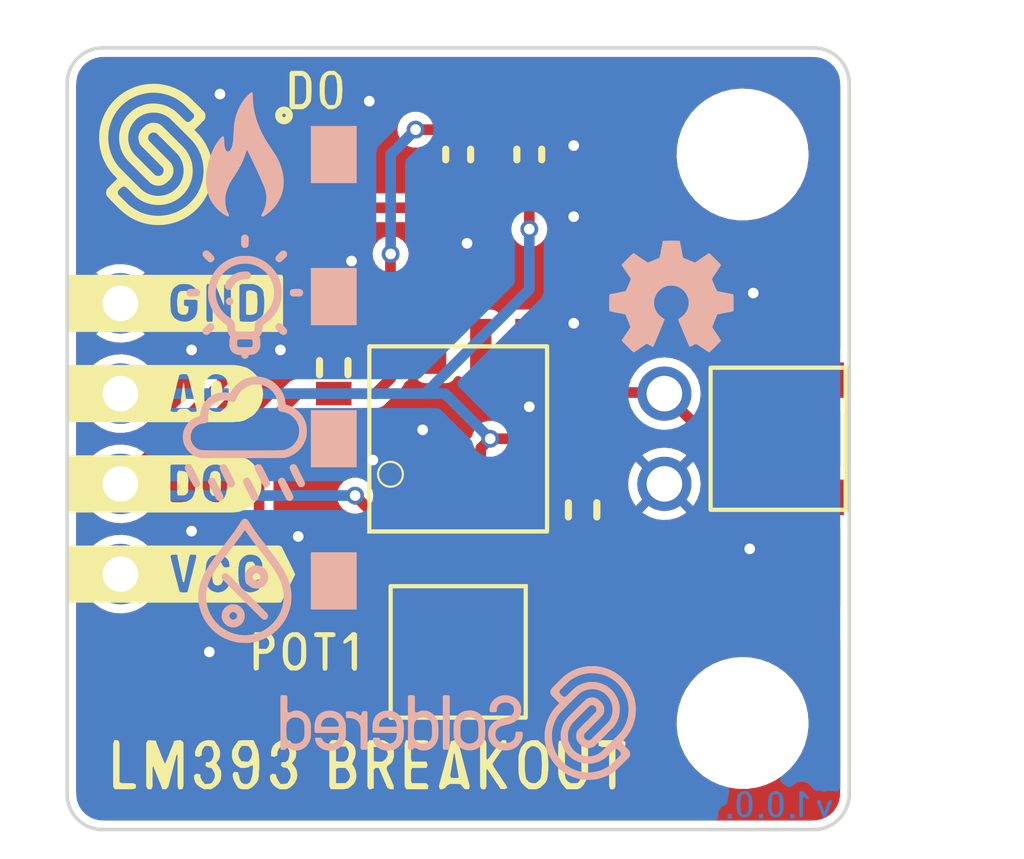
<source format=kicad_pcb>
(kicad_pcb (version 20210126) (generator pcbnew)
  (layers (0 "F.Cu" signal) (31 "B.Cu" signal) (34 "B.Paste" user) (35 "F.Paste" user) (36 "B.SilkS" user "B.Silkscreen") (37 "F.SilkS" user "F.Silkscreen") (38 "B.Mask" user) (39 "F.Mask" user) (44 "Edge.Cuts" user))
  (net 0 "")
  (net 1 "A0")
  (net 2 "GND")
  (net 3 "5V")
  (net 4 "Net-(D1-Pad1)")
  (net 5 "D0")
  (net 9 "POT")
  (footprint "e-radionica.com footprinti:HOLE_3.2mm" (layer "F.Cu") (at 99.2 157.2)
    (fp_text reference "H2" hide)
    (fp_text value "HOLE_3.2mm" hide)
    (pad "" np_thru_hole circle (at 0 0) (size 3.2 3.2) (drill 3.2) (layers F&B.Cu *.Mask))
  )
  (footprint "e-radionica.com footprinti:0603C" (layer "F.Cu") (at 87.7 147.2 -90)
    (fp_text reference "C2")
    (fp_text value "0.1uF")
    (pad "1" smd rect (at -0.73 0 270) (size 0.66 1) (layers "F.Cu" "F.Paste" "F.Mask") (net 2 "GND"))
    (pad "2" smd rect (at 0.73 0 270) (size 0.66 1) (layers "F.Cu" "F.Paste" "F.Mask") (net 3 "5V"))
  )
  (footprint "e-radionica.com footprinti:SOIC−8" (layer "F.Cu") (at 91.2 149.2 90)
    (fp_text reference "U1")
    (fp_text value "LM393")
    (pad "1" smd rect (at -2.7 -1.905 90) (size 1.55 0.6) (layers "F.Cu" "F.Paste" "F.Mask") (net 5 "D0"))
    (pad "2" smd rect (at -2.6 -0.635 90) (size 1.55 0.6) (layers "F.Cu" "F.Paste" "F.Mask") (net 9 "POT"))
    (pad "3" smd rect (at -2.6 0.635 90) (size 1.55 0.6) (layers "F.Cu" "F.Paste" "F.Mask") (net 1 "A0"))
    (pad "4" smd rect (at -2.6 1.905 90) (size 1.55 0.6) (layers "F.Cu" "F.Paste" "F.Mask") (net 2 "GND"))
    (pad "5" smd rect (at 2.6 1.905 90) (size 1.55 0.6) (layers "F.Cu" "F.Paste" "F.Mask"))
    (pad "6" smd rect (at 2.6 0.635 90) (size 1.55 0.6) (layers "F.Cu" "F.Paste" "F.Mask"))
    (pad "7" smd rect (at 2.6 -0.635 90) (size 1.55 0.6) (layers "F.Cu" "F.Paste" "F.Mask"))
    (pad "8" smd rect (at 2.6 -1.905 90) (size 1.55 0.6) (layers "F.Cu" "F.Paste" "F.Mask") (net 3 "5V"))
  )
  (footprint "e-radionica.com footprinti:0603C" (layer "F.Cu") (at 94.7 151.2 90)
    (fp_text reference "C1")
    (fp_text value "0.1uF")
    (pad "1" smd rect (at -0.73 0 90) (size 0.66 1) (layers "F.Cu" "F.Paste" "F.Mask") (net 2 "GND"))
    (pad "2" smd rect (at 0.73 0 90) (size 0.66 1) (layers "F.Cu" "F.Paste" "F.Mask") (net 1 "A0"))
  )
  (footprint "Soldered Graphics:Logo-Front-Soldered-4mm" (layer "F.Cu") (at 82.7 141.2)
    (fp_text reference "G***" hide)
    (fp_text value "LOGO" hide)
  )
  (footprint "buzzardLabel" (layer "F.Cu") (at 86.9 155.2)
    (fp_text reference "" (at 0 0) (layer "F.SilkS") (effects (font (size 1.27 1.27))))
    (fp_text value "" (at 0 0) (layer "F.SilkS") (effects (font (size 1.27 1.27))))
  )
  (footprint "buzzardLabel" (layer "F.Cu") (at 79.8 153.01)
    (fp_text reference "" (at 0 0) (layer "F.SilkS") (effects (font (size 1.27 1.27))))
    (fp_text value "" (at 0 0) (layer "F.SilkS") (effects (font (size 1.27 1.27))))
  )
  (footprint "buzzardLabel" (layer "F.Cu") (at 79.8 147.93)
    (fp_text reference "" (at 0 0) (layer "F.SilkS") (effects (font (size 1.27 1.27))))
    (fp_text value "" (at 0 0) (layer "F.SilkS") (effects (font (size 1.27 1.27))))
  )
  (footprint "e-radionica.com footprinti:0603R" (layer "F.Cu") (at 91.2 141.2 90)
    (fp_text reference "R2")
    (fp_text value "10k")
    (pad "1" smd rect (at -0.775 0 180) (size 1 0.64) (layers "F.Cu" "F.Paste" "F.Mask") (net 5 "D0"))
    (pad "2" smd rect (at 0.775 0 180) (size 1 0.64) (layers "F.Cu" "F.Paste" "F.Mask") (net 3 "5V"))
  )
  (footprint "Soldered Graphics:Logo-Back-OSH-3.5mm" (layer "F.Cu") (at 97.2 145.2)
    (fp_text reference "G***" hide)
    (fp_text value "LOGO" hide)
  )
  (footprint "buzzardLabel" (layer "F.Cu") (at 87.2 139.4)
    (fp_text reference "" (at 0 0) (layer "F.SilkS") (effects (font (size 1.27 1.27))))
    (fp_text value "" (at 0 0) (layer "F.SilkS") (effects (font (size 1.27 1.27))))
  )
  (footprint "buzzardLabel" (layer "F.Cu") (at 88.7 158.4)
    (fp_text reference "" (at 0 0) (layer "F.SilkS") (effects (font (size 1.27 1.27))))
    (fp_text value "" (at 0 0) (layer "F.SilkS") (effects (font (size 1.27 1.27))))
  )
  (footprint "e-radionica.com footprinti:FIDUCIAL_1MM_PASTE" (layer "F.Cu") (at 101.1 154.4)
    (fp_text reference "FD1")
    (fp_text value "Fiducial_Stencil")
    (pad "1" smd circle (at 0 0) (size 1 1) (property pad_prop_fiducial_glob) (layers "F.Cu" "F.Paste" "F.Mask"))
  )
  (footprint "e-radionica.com footprinti:HOLE_3.2mm" (layer "F.Cu") (at 99.2 141.2)
    (fp_text reference "H1" hide)
    (fp_text value "HOLE_3.2mm" hide)
    (pad "" np_thru_hole circle (at 0 0) (size 3.2 3.2) (drill 3.2) (layers F&B.Cu *.Mask))
  )
  (footprint "e-radionica.com footprinti:0603R" (layer "F.Cu") (at 93.2 141.2 90)
    (fp_text reference "R1")
    (fp_text value "10k")
    (pad "1" smd rect (at -0.775 0 180) (size 1 0.64) (layers "F.Cu" "F.Paste" "F.Mask") (net 1 "A0"))
    (pad "2" smd rect (at 0.775 0 180) (size 1 0.64) (layers "F.Cu" "F.Paste" "F.Mask") (net 3 "5V"))
  )
  (footprint "buzzardLabel" (layer "F.Cu") (at 79.8 145.39)
    (fp_text reference "" (at 0 0) (layer "F.SilkS") (effects (font (size 1.27 1.27))))
    (fp_text value "" (at 0 0) (layer "F.SilkS") (effects (font (size 1.27 1.27))))
  )
  (footprint "buzzardLabel" (layer "F.Cu") (at 79.8 150.47)
    (fp_text reference "" (at 0 0) (layer "F.SilkS") (effects (font (size 1.27 1.27))))
    (fp_text value "" (at 0 0) (layer "F.SilkS") (effects (font (size 1.27 1.27))))
  )
  (footprint "e-radionica.com footprinti:0402R" (layer "F.Cu") (at 87.2 142.7 180)
    (fp_text reference "R3")
    (fp_text value "1k")
    (pad "1" smd rect (at -0.5 0 270) (size 0.64 0.54) (layers "F.Cu" "F.Paste" "F.Mask") (net 5 "D0"))
    (pad "2" smd rect (at 0.5 0 270) (size 0.64 0.54) (layers "F.Cu" "F.Paste" "F.Mask") (net 4 "Net-(D1-Pad1)"))
  )
  (footprint "Soldered Graphics:Logo-Back-SolderedFULL-10mm" (layer "F.Cu") (at 91.2 157.2)
    (fp_text reference "G***" hide)
    (fp_text value "LOGO" hide)
  )
  (footprint "e-radionica.com footprinti:tc33x-2-103e" (layer "F.Cu") (at 91.2 155.2 -90)
    (fp_text reference "R4")
    (fp_text value "tc33x-2-103e")
    (pad "1" smd rect (at -1 1.8 270) (size 1.2 1.2) (layers "F.Cu" "F.Paste" "F.Mask") (net 3 "5V"))
    (pad "2" smd rect (at 0 -1.45 270) (size 1.6 1.5) (layers "F.Cu" "F.Paste" "F.Mask") (net 9 "POT"))
    (pad "3" smd rect (at 1 1.8 270) (size 1.2 1.2) (layers "F.Cu" "F.Paste" "F.Mask") (net 2 "GND"))
  )
  (footprint "e-radionica.com footprinti:0402LED" (layer "F.Cu") (at 87.2 140.7 180)
    (fp_text reference "D1")
    (fp_text value "purple")
    (pad "1" smd rect (at -0.55 0 270) (size 0.75 0.45) (layers "F.Cu" "F.Paste" "F.Mask") (net 4 "Net-(D1-Pad1)"))
    (pad "2" smd rect (at 0.55 0 270) (size 0.75 0.45) (layers "F.Cu" "F.Paste" "F.Mask") (net 2 "GND"))
  )
  (footprint "e-radionica.com footprinti:JST-SH_2pin_1mm_C145954" (layer "F.Cu") (at 100.2 149.2 90)
    (fp_text reference "K3")
    (fp_text value "JST-SH_2pin_1mm_C145954")
    (pad "" smd rect (at -1.65 0.95 90) (size 1 1.8) (layers "F.Cu" "F.Paste" "F.Mask"))
    (pad "" smd rect (at 1.65 0.95 90) (size 1 1.8) (layers "F.Cu" "F.Paste" "F.Mask"))
    (pad "1" smd rect (at 0.5 -1.1 90) (size 0.4 1.6) (layers "F.Cu" "F.Paste" "F.Mask") (net 1 "A0"))
    (pad "2" smd rect (at -0.5 -1.1 90) (size 0.4 1.6) (layers "F.Cu" "F.Paste" "F.Mask") (net 2 "GND"))
  )
  (footprint "buzzardLabel" (layer "B.Cu") (at 87.7 149.2 180)
    (fp_text reference "" (at 0 0) (layer "B.SilkS") (effects (font (size 1.27 1.27)) (justify mirror)))
    (fp_text value "" (at 0 0) (layer "B.SilkS") (effects (font (size 1.27 1.27)) (justify mirror)))
  )
  (footprint "Soldered Graphics:Symbol-Front-Raining" (layer "B.Cu") (at 85.2 149.2 180)
    (fp_text reference "G***" hide)
    (fp_text value "LOGO" hide)
  )
  (footprint "buzzardLabel" (layer "B.Cu") (at 87.7 145.2 180)
    (fp_text reference "" (at 0 0) (layer "B.SilkS") (effects (font (size 1.27 1.27)) (justify mirror)))
    (fp_text value "" (at 0 0) (layer "B.SilkS") (effects (font (size 1.27 1.27)) (justify mirror)))
  )
  (footprint "e-radionica.com footprinti:HEADER_MALE_2X1" (layer "B.Cu") (at 97 149.2 90)
    (fp_text reference "K1")
    (fp_text value "HEADER_MALE_2X1")
    (pad "1" thru_hole circle (at -1.27 0 90) (size 1.524 1.524) (drill 1) (layers *.Cu *.Mask) (net 2 "GND"))
    (pad "2" thru_hole circle (at 1.27 0 90) (size 1.524 1.524) (drill 1) (layers *.Cu *.Mask) (net 1 "A0"))
  )
  (footprint "Soldered Graphics:Symbol-Front-Light" (layer "B.Cu") (at 85.2 145.2 180)
    (fp_text reference "G***" hide)
    (fp_text value "LOGO" hide)
  )
  (footprint "buzzardLabel" (layer "B.Cu") (at 87.7 153.2 180)
    (fp_text reference "" (at 0 0) (layer "B.SilkS") (effects (font (size 1.27 1.27)) (justify mirror)))
    (fp_text value "" (at 0 0) (layer "B.SilkS") (effects (font (size 1.27 1.27)) (justify mirror)))
  )
  (footprint "Soldered Graphics:Version1.0.0." (layer "B.Cu") (at 100.2 159.5 180)
    (fp_text reference "" (at 0 0) (layer "B.SilkS") (effects (font (size 1.27 1.27)) (justify mirror)))
    (fp_text value "" (at 0 0) (layer "B.SilkS") (effects (font (size 1.27 1.27)) (justify mirror)))
    (fp_poly (pts (xy 0.43 -0.38) (xy 0.48 -0.38) (xy 0.54 -0.37) (xy 0.54 -0.33) (xy 0.54 -0.27) (xy 0.5 -0.26) (xy 0.45 -0.26) (xy 0.42 -0.29) (xy 0.42 -0.34) (xy 0.43 -0.38)) (layer "B.Cu") (width 0.01) (fill solid))
    (fp_poly (pts (xy -1.33 -0.35) (xy -1.27 -0.35) (xy -1.25 -0.31) (xy -1.09 0.1) (xy -1.11 0.13) (xy -1.16 0.13) (xy -1.19 0.1) (xy -1.28 -0.16) (xy -1.3 -0.21) (xy -1.32 -0.17) (xy -1.41 0.09) (xy -1.44 0.13) (xy -1.49 0.13) (xy -1.51 0.1) (xy -1.36 -0.31) (xy -1.33 -0.35)) (layer "B.Cu") (width 0.01) (fill solid))
    (fp_poly (pts (xy 1.31 -0.38) (xy 1.36 -0.38) (xy 1.41 -0.37) (xy 1.42 -0.33) (xy 1.42 -0.27) (xy 1.38 -0.26) (xy 1.33 -0.26) (xy 1.3 -0.29) (xy 1.3 -0.34) (xy 1.31 -0.38)) (layer "B.Cu") (width 0.01) (fill solid))
    (fp_poly (pts (xy 0.06 -0.35) (xy 0.11 -0.35) (xy 0.17 -0.33) (xy 0.13 -0.28) (xy 0.03 -0.28) (xy -0.01 -0.25) (xy -0.03 -0.2) (xy -0.05 -0.15) (xy -0.05 -0.11) (xy -0.05 0.01) (xy -0.05 0.13) (xy -0.05 0.17) (xy -0.03 0.22) (xy -0.01 0.27) (xy 0.02 0.3) (xy 0.13 0.3) (xy 0.16 0.26) (xy 0.18 0.21) (xy 0.18 0.15) (xy 0.19 0.05) (xy 0.19 -0.08) (xy 0.19 -0.12) (xy 0.18 -0.17) (xy 0.16 -0.22) (xy 0.14 -0.27) (xy 0.14 -0.28) (xy 0.17 -0.32) (xy 0.21 -0.29) (xy 0.24 -0.26) (xy 0.26 -0.22) (xy 0.27 -0.16) (xy 0.28 -0.11) (xy 0.28 -0.06) (xy 0.28 0.06) (xy 0.28 0.12) (xy 0.27 0.17) (xy 0.26 0.22) (xy 0.25 0.27) (xy 0.22 0.3) (xy 0.19 0.34) (xy 0.13 0.37) (xy 0.08 0.38) (xy 0.02 0.38) (xy -0.03 0.35) (xy -0.08 0.31) (xy -0.1 0.28) (xy -0.12 0.23) (xy -0.14 0.18) (xy -0.14 0.13) (xy -0.15 0.08) (xy -0.15 -0.04) (xy -0.14 -0.1) (xy -0.14 -0.14) (xy -0.13 -0.2) (xy -0.11 -0.25) (xy -0.08 -0.28) (xy -0.05 -0.32) (xy 0.01 -0.35) (xy 0.06 -0.35)) (layer "B.Cu") (width 0.01) (fill solid))
    (fp_poly (pts (xy -0.67 -0.35) (xy -0.62 -0.35) (xy -0.6 -0.31) (xy -0.6 0.35) (xy -0.64 0.38) (xy -0.69 0.38) (xy -0.73 0.34) (xy -0.84 0.22) (xy -0.86 0.17) (xy -0.83 0.16) (xy -0.73 0.22) (xy -0.69 0.23) (xy -0.69 -0.31) (xy -0.67 -0.35)) (layer "B.Cu") (width 0.01) (fill solid))
    (fp_poly (pts (xy -0.44 -0.38) (xy -0.39 -0.38) (xy -0.34 -0.37) (xy -0.34 -0.33) (xy -0.34 -0.27) (xy -0.38 -0.26) (xy -0.43 -0.26) (xy -0.46 -0.29) (xy -0.46 -0.34) (xy -0.44 -0.38)) (layer "B.Cu") (width 0.01) (fill solid))
    (fp_poly (pts (xy 0.93 -0.35) (xy 0.99 -0.35) (xy 1.04 -0.33) (xy 1.01 -0.28) (xy 0.91 -0.28) (xy 0.87 -0.25) (xy 0.85 -0.2) (xy 0.83 -0.15) (xy 0.83 -0.11) (xy 0.82 0.01) (xy 0.83 0.13) (xy 0.83 0.17) (xy 0.84 0.22) (xy 0.87 0.27) (xy 0.9 0.3) (xy 1.01 0.3) (xy 1.04 0.26) (xy 1.05 0.21) (xy 1.06 0.15) (xy 1.07 0.05) (xy 1.07 -0.08) (xy 1.06 -0.12) (xy 1.06 -0.17) (xy 1.04 -0.22) (xy 1.02 -0.27) (xy 1.01 -0.28) (xy 1.05 -0.32) (xy 1.09 -0.29) (xy 1.12 -0.26) (xy 1.14 -0.22) (xy 1.15 -0.16) (xy 1.16 -0.11) (xy 1.16 -0.06) (xy 1.16 0.06) (xy 1.16 0.12) (xy 1.15 0.17) (xy 1.14 0.22) (xy 1.13 0.27) (xy 1.1 0.3) (xy 1.06 0.34) (xy 1.01 0.37) (xy 0.95 0.38) (xy 0.9 0.38) (xy 0.84 0.35) (xy 0.8 0.31) (xy 0.78 0.28) (xy 0.75 0.23) (xy 0.74 0.18) (xy 0.74 0.13) (xy 0.73 0.08) (xy 0.73 -0.04) (xy 0.73 -0.1) (xy 0.74 -0.14) (xy 0.75 -0.2) (xy 0.77 -0.25) (xy 0.79 -0.28) (xy 0.83 -0.32) (xy 0.89 -0.35) (xy 0.93 -0.35)) (layer "B.Cu") (width 0.01) (fill solid))
  )
  (footprint "Soldered Graphics:Symbol-Front-Humidity" (layer "B.Cu") (at 85.2 153.2 180)
    (fp_text reference "G***" hide)
    (fp_text value "LOGO" hide)
  )
  (footprint "e-radionica.com footprinti:HEADER_MALE_4X1" (layer "B.Cu") (at 81.7 149.2 -90)
    (fp_text reference "K2")
    (fp_text value "HEADER_MALE_4X1")
    (pad "1" thru_hole circle (at -3.81 0 270) (size 1.7 1.7) (drill 1) (layers *.Cu *.Mask) (net 2 "GND"))
    (pad "2" thru_hole circle (at -1.27 0 270) (size 1.7 1.7) (drill 1) (layers *.Cu *.Mask) (net 1 "A0"))
    (pad "3" thru_hole circle (at 1.27 0 270) (size 1.7 1.7) (drill 1) (layers *.Cu *.Mask) (net 5 "D0"))
    (pad "4" thru_hole circle (at 3.81 0 270) (size 1.7 1.7) (drill 1) (layers *.Cu *.Mask) (net 3 "5V"))
  )
  (footprint "Soldered Graphics:Symbol-Front-Flame" (layer "B.Cu") (at 85.2 141.2 180)
    (fp_text reference "G***" hide)
    (fp_text value "LOGO" hide)
  )
  (footprint "buzzardLabel" (layer "B.Cu") (at 87.7 141.2 180)
    (fp_text reference "" (at 0 0) (layer "B.SilkS") (effects (font (size 1.27 1.27)) (justify mirror)))
    (fp_text value "" (at 0 0) (layer "B.SilkS") (effects (font (size 1.27 1.27)) (justify mirror)))
  )
  (gr_line (start 80.2 139.2) (end 80.2 159.2) (layer "Edge.Cuts") (width 0.1))
  (gr_arc (start 81.2 159.2) (end 81.2 160.2) (angle 90) (layer "Edge.Cuts") (width 0.1))
  (gr_arc (start 101.2 139.2) (end 101.2 138.2) (angle 90) (layer "Edge.Cuts") (width 0.1))
  (gr_arc (start 81.2 139.2) (end 81.2 138.2) (angle -90) (layer "Edge.Cuts") (width 0.1))
  (gr_line (start 81.2 160.2) (end 101.2 160.2) (layer "Edge.Cuts") (width 0.1))
  (gr_line (start 102.2 159.2) (end 102.2 139.2) (layer "Edge.Cuts") (width 0.1))
  (gr_arc (start 101.2 159.2) (end 101.2 160.2) (angle -90) (layer "Edge.Cuts") (width 0.1))
  (gr_line (start 101.2 138.2) (end 81.2 138.2) (layer "Edge.Cuts") (width 0.1))
  (segment (start 93.5 149.2) (end 94.5 149.2) (width 0.3) (layer "F.Cu") (net 1))
  (segment (start 92.1 149.2) (end 93.5 149.2) (width 0.3) (layer "F.Cu") (net 1))
  (segment (start 95.8 147.9) (end 96.97 147.9) (width 0.3) (layer "F.Cu") (net 1))
  (segment (start 93.2 143.3) (end 93.2 141.975) (width 0.3) (layer "F.Cu") (net 1))
  (segment (start 91.835 149.465) (end 92.1 149.2) (width 0.3) (layer "F.Cu") (net 1))
  (segment (start 94.7 150.4) (end 93.5 149.2) (width 0.25) (layer "F.Cu") (net 1))
  (segment (start 91.835 151.8) (end 91.835 149.465) (width 0.3) (layer "F.Cu") (net 1))
  (segment (start 94.7 150.47) (end 94.7 150.4) (width 0.25) (layer "F.Cu") (net 1))
  (segment (start 96.97 147.9) (end 97 147.93) (width 0.3) (layer "F.Cu") (net 1))
  (segment (start 94.67 150.47) (end 94.7 150.47) (width 0.25) (layer "F.Cu") (net 1))
  (segment (start 97.77 148.7) (end 97 147.93) (width 0.3) (layer "F.Cu") (net 1))
  (segment (start 99.1 148.7) (end 97.77 148.7) (width 0.3) (layer "F.Cu") (net 1))
  (segment (start 97.17 147.9) (end 97.2 147.93) (width 0.25) (layer "F.Cu") (net 1))
  (segment (start 94.5 149.2) (end 95.8 147.9) (width 0.3) (layer "F.Cu") (net 1))
  (via (at 92.1 149.2) (size 0.5) (drill 0.3) (layers "F.Cu" "B.Cu") (net 1))
  (via (at 93.2 143.3) (size 0.5) (drill 0.3) (layers "F.Cu" "B.Cu") (net 1))
  (segment (start 90.83 147.93) (end 92.1 149.2) (width 0.3) (layer "B.Cu") (net 1))
  (segment (start 93.2 143.3) (end 93.2 145) (width 0.3) (layer "B.Cu") (net 1))
  (segment (start 90.27 147.93) (end 90.83 147.93) (width 0.3) (layer "B.Cu") (net 1))
  (segment (start 81.7 147.93) (end 90.27 147.93) (width 0.3) (layer "B.Cu") (net 1))
  (segment (start 93.2 145) (end 90.27 147.93) (width 0.3) (layer "B.Cu") (net 1))
  (via (at 86.2 146.7) (size 0.5) (drill 0.3) (layers "F.Cu" "B.Cu") (net 2))
  (via (at 99.5 145.1) (size 0.5) (drill 0.3) (layers "F.Cu" "B.Cu") (net 2))
  (via (at 84.5 139.5) (size 0.5) (drill 0.3) (layers "F.Cu" "B.Cu") (net 2))
  (via (at 88.2 144.2) (size 0.5) (drill 0.3) (layers "F.Cu" "B.Cu") (net 2))
  (via (at 83.7 146.7) (size 0.5) (drill 0.3) (layers "F.Cu" "B.Cu") (net 2))
  (via (at 83.7 151.8) (size 0.5) (drill 0.3) (layers "F.Cu" "B.Cu") (net 2))
  (via (at 90.2 148.95) (size 0.5) (drill 0.3) (layers "F.Cu" "B.Cu") (net 2))
  (via (at 99.4 152.3) (size 0.5) (drill 0.3) (layers "F.Cu" "B.Cu") (net 2))
  (via (at 88.8 149.8) (size 0.5) (drill 0.3) (layers "F.Cu" "B.Cu") (net 2))
  (via (at 94.45 140.95) (size 0.5) (drill 0.3) (layers "F.Cu" "B.Cu") (net 2))
  (via (at 94.45 145.95) (size 0.5) (drill 0.3) (layers "F.Cu" "B.Cu") (net 2))
  (via (at 94.45 142.95) (size 0.5) (drill 0.3) (layers "F.Cu" "B.Cu") (net 2))
  (via (at 86.7 151.95) (size 0.5) (drill 0.3) (layers "F.Cu" "B.Cu") (net 2))
  (via (at 84.2 155.2) (size 0.5) (drill 0.3) (layers "F.Cu" "B.Cu") (net 2))
  (via (at 88.7 139.7) (size 0.5) (drill 0.3) (layers "F.Cu" "B.Cu") (net 2))
  (via (at 93.2 148.3) (size 0.5) (drill 0.3) (layers "F.Cu" "B.Cu") (net 2))
  (via (at 91.45 143.7) (size 0.5) (drill 0.3) (layers "F.Cu" "B.Cu") (net 2))
  (segment (start 89.3 147.5) (end 89.3 146.605) (width 0.3) (layer "F.Cu") (net 3))
  (segment (start 85.6 149.03) (end 85.6 152.12) (width 0.3) (layer "F.Cu") (net 3))
  (segment (start 87.11 153.01) (end 88.3 154.2) (width 0.3) (layer "F.Cu") (net 3))
  (segment (start 93.2 140.425) (end 91.2 140.425) (width 0.3) (layer "F.Cu") (net 3))
  (segment (start 90 140.5) (end 91.125 140.5) (width 0.3) (layer "F.Cu") (net 3))
  (segment (start 89.295 146.6) (end 89.295 144.005) (width 0.3) (layer "F.Cu") (net 3))
  (segment (start 87.7 147.93) (end 88.87 147.93) (width 0.3) (layer "F.Cu") (net 3))
  (segment (start 89.3 146.605) (end 89.295 146.6) (width 0.3) (layer "F.Cu") (net 3))
  (segment (start 85.6 149.03) (end 86.7 147.93) (width 0.3) (layer "F.Cu") (net 3))
  (segment (start 84.71 153.01) (end 87.11 153.01) (width 0.3) (layer "F.Cu") (net 3))
  (segment (start 86.7 147.93) (end 87.7 147.93) (width 0.3) (layer "F.Cu") (net 3))
  (segment (start 84.71 153.01) (end 81.7 153.01) (width 0.3) (layer "F.Cu") (net 3))
  (segment (start 91.125 140.5) (end 91.2 140.425) (width 0.3) (layer "F.Cu") (net 3))
  (segment (start 85.6 152.12) (end 84.71 153.01) (width 0.3) (layer "F.Cu") (net 3))
  (segment (start 88.87 147.93) (end 89.3 147.5) (width 0.3) (layer "F.Cu") (net 3))
  (segment (start 88.3 154.2) (end 89.5 154.2) (width 0.3) (layer "F.Cu") (net 3))
  (via (at 89.3 144) (size 0.5) (drill 0.3) (layers "F.Cu" "B.Cu") (net 3))
  (via (at 90 140.5) (size 0.5) (drill 0.3) (layers "F.Cu" "B.Cu") (net 3))
  (segment (start 89.3 141.2) (end 90 140.5) (width 0.3) (layer "B.Cu") (net 3))
  (segment (start 89.3 144) (end 89.3 141.2) (width 0.3) (layer "B.Cu") (net 3))
  (segment (start 87.75 141.15) (end 87.75 140.7) (width 0.3) (layer "F.Cu") (net 4))
  (segment (start 86.7 142.2) (end 87.75 141.15) (width 0.3) (layer "F.Cu") (net 4))
  (segment (start 86.7 142.7) (end 86.7 142.2) (width 0.3) (layer "F.Cu") (net 4))
  (segment (start 88.3 150.8) (end 88.3 150.905) (width 0.3) (layer "F.Cu") (net 5))
  (segment (start 87.7 142.7) (end 90.475 142.7) (width 0.3) (layer "F.Cu") (net 5))
  (segment (start 87.7 143.3) (end 87.7 142.7) (width 0.3) (layer "F.Cu") (net 5))
  (segment (start 85.2 146.97) (end 85.2 145.8) (width 0.3) (layer "F.Cu") (net 5))
  (segment (start 81.7 150.47) (end 85.2 146.97) (width 0.3) (layer "F.Cu") (net 5))
  (segment (start 89.295 151.9) (end 89.295 151.795) (width 0.3) (layer "F.Cu") (net 5))
  (segment (start 90.475 142.7) (end 91.2 141.975) (width 0.3) (layer "F.Cu") (net 5))
  (segment (start 89.295 151.795) (end 88.3 150.8) (width 0.3) (layer "F.Cu") (net 5))
  (segment (start 85.2 145.8) (end 87.7 143.3) (width 0.3) (layer "F.Cu") (net 5))
  (via (at 88.3 150.8) (size 0.5) (drill 0.3) (layers "F.Cu" "B.Cu") (net 5))
  (segment (start 82.03 150.8) (end 81.7 150.47) (width 0.3) (layer "B.Cu") (net 5))
  (segment (start 88.3 150.8) (end 82.03 150.8) (width 0.3) (layer "B.Cu") (net 5))
  (segment (start 91.3 153.9) (end 92.3 153.9) (width 0.3) (layer "F.Cu") (net 9))
  (segment (start 90.565 153.165) (end 91.3 153.9) (width 0.3) (layer "F.Cu") (net 9))
  (segment (start 92.3 153.9) (end 92.65 154.25) (width 0.3) (layer "F.Cu") (net 9))
  (segment (start 90.565 151.8) (end 90.565 153.165) (width 0.3) (layer "F.Cu") (net 9))
  (segment (start 92.65 154.25) (end 92.65 155.2) (width 0.3) (layer "F.Cu") (net 9))
  (zone (net 2) (net_name "GND") (layers F&B.Cu) (connect_pads (clearance 0.254)) (min_thickness 0.254) (fill yes (thermal_gap 0.254) (thermal_bridge_width 0.254))
    (polygon (pts (xy 102.2 160.2) (xy 80.2 160.2) (xy 80.2 138.2) (xy 102.2 138.2)))
  )
)
</source>
